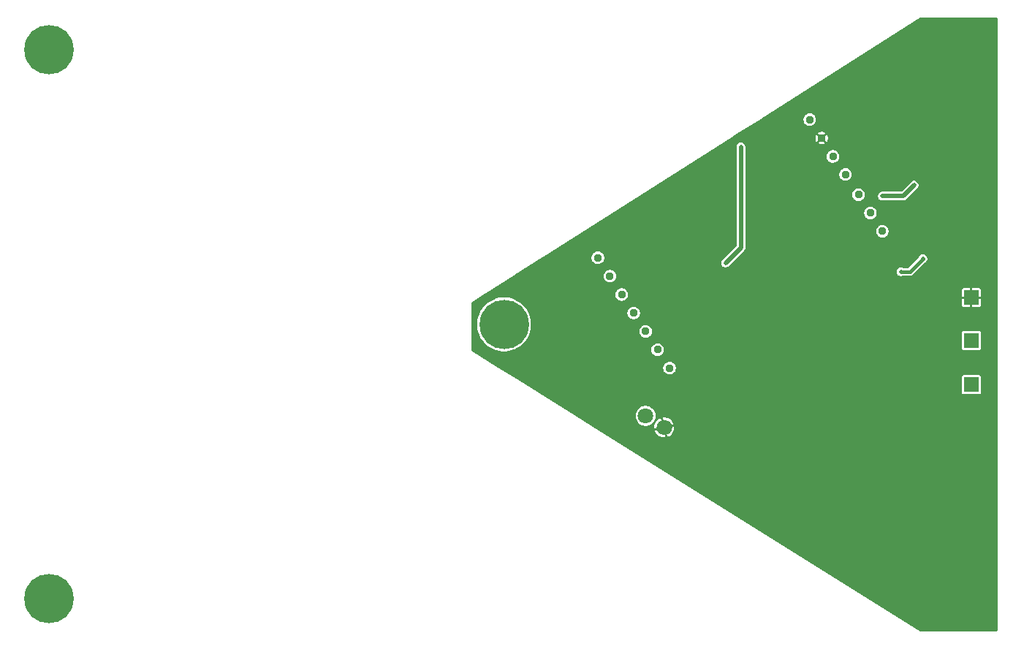
<source format=gbr>
%TF.GenerationSoftware,KiCad,Pcbnew,9.0.3*%
%TF.CreationDate,2025-08-06T11:21:27-04:00*%
%TF.ProjectId,rv_light,72765f6c-6967-4687-942e-6b696361645f,rev?*%
%TF.SameCoordinates,Original*%
%TF.FileFunction,Copper,L2,Bot*%
%TF.FilePolarity,Positive*%
%FSLAX46Y46*%
G04 Gerber Fmt 4.6, Leading zero omitted, Abs format (unit mm)*
G04 Created by KiCad (PCBNEW 9.0.3) date 2025-08-06 11:21:27*
%MOMM*%
%LPD*%
G01*
G04 APERTURE LIST*
%TA.AperFunction,ComponentPad*%
%ADD10R,1.700000X1.700000*%
%TD*%
%TA.AperFunction,ComponentPad*%
%ADD11C,0.939800*%
%TD*%
%TA.AperFunction,ComponentPad*%
%ADD12C,5.715000*%
%TD*%
%TA.AperFunction,ComponentPad*%
%ADD13C,1.803400*%
%TD*%
%TA.AperFunction,WasherPad*%
%ADD14C,5.715000*%
%TD*%
%TA.AperFunction,ViaPad*%
%ADD15C,0.508000*%
%TD*%
%TA.AperFunction,Conductor*%
%ADD16C,0.508000*%
%TD*%
%TA.AperFunction,Conductor*%
%ADD17C,0.381000*%
%TD*%
G04 APERTURE END LIST*
D10*
%TO.P,J5,1,Pin_1*%
%TO.N,GND*%
X55400000Y31035000D03*
%TD*%
%TO.P,J4,1,Pin_1*%
%TO.N,Net-(J4-Pin_1)*%
X55400000Y26095000D03*
%TD*%
%TO.P,J3,1,Pin_1*%
%TO.N,5V_LED*%
X55400000Y20955000D03*
%TD*%
D11*
%TO.P,TP9,1,1*%
%TO.N,Net-(U2-PB09_A7_D7_RX)*%
X45085000Y38735000D03*
%TD*%
D12*
%TO.P,H3,1,1*%
%TO.N,GND*%
X53972221Y-3809637D03*
%TD*%
%TO.P,H2,1,1*%
%TO.N,GND*%
X53971113Y59698784D03*
%TD*%
D13*
%TO.P,J2,1,Pin_1*%
%TO.N,+12V*%
X17657958Y17347995D03*
%TO.P,J2,2,Pin_2*%
%TO.N,GND*%
X19812000Y16002000D03*
%TD*%
D11*
%TO.P,TP12,1,1*%
%TO.N,+3.3V*%
X39370000Y47396400D03*
%TD*%
D14*
%TO.P,H1,*%
%TO.N,*%
X1266105Y27948781D03*
%TD*%
D11*
%TO.P,TP1,1,1*%
%TO.N,Net-(U2-PA02_A0_D0)*%
X12133810Y35658282D03*
%TD*%
D12*
%TO.P,H4,1,1*%
%TO.N,GND*%
X-51438898Y-3801227D03*
%TD*%
D11*
%TO.P,TP3,1,1*%
%TO.N,LED_ENABLE*%
X17667336Y27137396D03*
%TD*%
D12*
%TO.P,H5,1,1*%
%TO.N,GND*%
X-51419685Y59727331D03*
%TD*%
D11*
%TO.P,TP8,1,1*%
%TO.N,Net-(U2-PA7_A8_D8_SCK)*%
X43711202Y40850464D03*
%TD*%
%TO.P,TP4,1,1*%
%TO.N,Net-(U2-PA9_A5_D5_SCL)*%
X19050720Y25007164D03*
%TD*%
%TO.P,TP7,1,1*%
%TO.N,Net-(U2-PA5_A9_D9_MISO)*%
X42337405Y42965925D03*
%TD*%
%TO.P,TP2,1,1*%
%TO.N,Net-(U2-PA11_A3_D3)*%
X16283958Y29267615D03*
%TD*%
%TO.P,TP6,1,1*%
%TO.N,Net-(U2-PA6_A10_D10_MOSI)*%
X40815685Y45309172D03*
%TD*%
%TO.P,TP5,1,1*%
%TO.N,Net-(U2-PB08_A6_D6_TX)*%
X20434109Y22876942D03*
%TD*%
%TO.P,TP14,1,1*%
%TO.N,GND*%
X38049200Y49530000D03*
%TD*%
%TO.P,TP11,1,1*%
%TO.N,Net-(U2-PA4_A1_D1)*%
X13517191Y33528060D03*
%TD*%
%TO.P,TP10,1,1*%
%TO.N,LED_DATA_3.3V*%
X14900577Y31397847D03*
%TD*%
%TO.P,TP13,1,1*%
%TO.N,+5V*%
X36677600Y51663600D03*
%TD*%
D15*
%TO.N,GND*%
X53975000Y34798000D03*
X50292000Y40640000D03*
X32385000Y24130000D03*
X37560250Y18034000D03*
X51689000Y46228000D03*
X53086000Y14986000D03*
X48260000Y52324000D03*
X36449000Y18034000D03*
X45212000Y18034000D03*
X46355000Y13970000D03*
X30226000Y44450000D03*
X41783000Y17018000D03*
X49153900Y13970000D03*
X30480000Y19050000D03*
X50866000Y42098000D03*
X38735000Y14675250D03*
X46990000Y18542000D03*
X34838000Y25780000D03*
X37560250Y14675250D03*
X29845000Y15621000D03*
X34838000Y22479000D03*
%TO.N,+3.3V*%
X48768000Y44069000D03*
X45085000Y42799000D03*
%TO.N,LED_DATA_3.3V*%
X47244000Y34036000D03*
X49784000Y35560000D03*
%TO.N,LED_ENABLE*%
X28702000Y48514000D03*
X26924000Y35052000D03*
%TD*%
D16*
%TO.N,+3.3V*%
X45085000Y42799000D02*
X47498000Y42799000D01*
X47498000Y42799000D02*
X48768000Y44069000D01*
D17*
%TO.N,LED_DATA_3.3V*%
X48260000Y34036000D02*
X47244000Y34036000D01*
X49784000Y35560000D02*
X48260000Y34036000D01*
D16*
%TO.N,LED_ENABLE*%
X28702000Y48514000D02*
X28702000Y36830000D01*
X28702000Y36830000D02*
X26924000Y35052000D01*
%TD*%
%TA.AperFunction,Conductor*%
%TO.N,GND*%
G36*
X58378031Y63480287D02*
G01*
X58414576Y63429987D01*
X58419500Y63398900D01*
X58419500Y-7518900D01*
X58400287Y-7578031D01*
X58349987Y-7614576D01*
X58318900Y-7619500D01*
X49558971Y-7619500D01*
X49505691Y-7604232D01*
X11553152Y16092962D01*
X18656300Y16092962D01*
X18656300Y15911045D01*
X18663254Y15867131D01*
X19164300Y15982807D01*
X19164300Y15938207D01*
X19189191Y15813073D01*
X19221402Y15735306D01*
X18721013Y15619783D01*
X18740969Y15558364D01*
X18823556Y15396280D01*
X18930479Y15249113D01*
X19059113Y15120479D01*
X19206280Y15013556D01*
X19206279Y15013556D01*
X19368364Y14930969D01*
X19541363Y14874759D01*
X19541379Y14874755D01*
X19721037Y14846300D01*
X19902955Y14846300D01*
X19946867Y14853254D01*
X19831191Y15354300D01*
X19875793Y15354300D01*
X20000927Y15379191D01*
X20078690Y15411401D01*
X20194215Y14911012D01*
X20255633Y14930968D01*
X20417719Y15013556D01*
X20564886Y15120479D01*
X20693520Y15249113D01*
X20800443Y15396280D01*
X20883030Y15558364D01*
X20939240Y15731363D01*
X20939244Y15731379D01*
X20967699Y15911037D01*
X20967700Y15911042D01*
X20967700Y16092958D01*
X20967699Y16092962D01*
X20960745Y16136867D01*
X20459700Y16021191D01*
X20459700Y16065793D01*
X20434809Y16190927D01*
X20402597Y16268691D01*
X20902986Y16384215D01*
X20883030Y16445635D01*
X20800443Y16607719D01*
X20693520Y16754886D01*
X20564886Y16883520D01*
X20417719Y16990443D01*
X20417720Y16990443D01*
X20255635Y17073030D01*
X20082636Y17129240D01*
X20082620Y17129244D01*
X19902962Y17157699D01*
X19902958Y17157700D01*
X19721042Y17157700D01*
X19721037Y17157699D01*
X19677130Y17150745D01*
X19792806Y16649700D01*
X19748207Y16649700D01*
X19623073Y16624809D01*
X19545306Y16592597D01*
X19429783Y17092986D01*
X19368364Y17073030D01*
X19206280Y16990443D01*
X19059113Y16883520D01*
X18930479Y16754886D01*
X18823556Y16607719D01*
X18740969Y16445635D01*
X18684759Y16272636D01*
X18684755Y16272620D01*
X18656300Y16092962D01*
X11553152Y16092962D01*
X9397398Y17438994D01*
X16501758Y17438994D01*
X16501758Y17256995D01*
X16530227Y17077255D01*
X16530230Y17077241D01*
X16586465Y16904168D01*
X16586466Y16904166D01*
X16669079Y16742026D01*
X16669089Y16742011D01*
X16776056Y16594782D01*
X16904745Y16466093D01*
X17051974Y16359126D01*
X17051989Y16359116D01*
X17214129Y16276503D01*
X17214131Y16276502D01*
X17387204Y16220267D01*
X17387218Y16220264D01*
X17566958Y16191795D01*
X17566963Y16191795D01*
X17748957Y16191795D01*
X17777210Y16196270D01*
X17928697Y16220264D01*
X17928711Y16220267D01*
X18101784Y16276502D01*
X18101786Y16276503D01*
X18263926Y16359116D01*
X18263934Y16359121D01*
X18263939Y16359124D01*
X18340687Y16414885D01*
X18411170Y16466093D01*
X18539859Y16594782D01*
X18579759Y16649700D01*
X18646829Y16742014D01*
X18646832Y16742020D01*
X18646836Y16742026D01*
X18729449Y16904166D01*
X18729450Y16904168D01*
X18785685Y17077241D01*
X18785685Y17077243D01*
X18785688Y17077251D01*
X18814157Y17256995D01*
X18814158Y17256996D01*
X18814158Y17438993D01*
X18814157Y17438994D01*
X18785688Y17618739D01*
X18729450Y17791822D01*
X18646829Y17953976D01*
X18539858Y18101209D01*
X18411172Y18229895D01*
X18263939Y18336866D01*
X18263928Y18336871D01*
X18263926Y18336873D01*
X18193543Y18372733D01*
X18101785Y18419487D01*
X17928702Y18475725D01*
X17828841Y18491541D01*
X17748957Y18504195D01*
X17748953Y18504195D01*
X17566963Y18504195D01*
X17566959Y18504195D01*
X17477088Y18489960D01*
X17387214Y18475725D01*
X17387206Y18475722D01*
X17387204Y18475722D01*
X17214131Y18419487D01*
X17214129Y18419486D01*
X17051989Y18336873D01*
X17051983Y18336869D01*
X17051977Y18336866D01*
X16941552Y18256637D01*
X16904745Y18229896D01*
X16776056Y18101207D01*
X16722572Y18027592D01*
X16669087Y17953976D01*
X16669084Y17953971D01*
X16669079Y17953963D01*
X16586466Y17791823D01*
X16586465Y17791821D01*
X16530230Y17618748D01*
X16530227Y17618734D01*
X16501758Y17438994D01*
X9397398Y17438994D01*
X2364821Y21830066D01*
X54295500Y21830066D01*
X54295500Y20079934D01*
X54310266Y20005698D01*
X54310267Y20005695D01*
X54366514Y19921517D01*
X54366516Y19921515D01*
X54450700Y19865265D01*
X54524933Y19850500D01*
X56275065Y19850500D01*
X56349301Y19865266D01*
X56349304Y19865267D01*
X56433482Y19921514D01*
X56433484Y19921516D01*
X56489733Y20005698D01*
X56489734Y20005699D01*
X56504500Y20079933D01*
X56504499Y21830066D01*
X56489734Y21904301D01*
X56433484Y21988484D01*
X56349301Y22044734D01*
X56275067Y22059500D01*
X54524934Y22059499D01*
X54450699Y22044734D01*
X54450698Y22044733D01*
X54450695Y22044732D01*
X54366517Y21988485D01*
X54366515Y21988483D01*
X54310265Y21904299D01*
X54295500Y21830066D01*
X2364821Y21830066D01*
X573919Y22948288D01*
X19709709Y22948288D01*
X19709709Y22805595D01*
X19737547Y22665639D01*
X19792152Y22533813D01*
X19871429Y22415165D01*
X19871431Y22415164D01*
X19972331Y22314264D01*
X19972332Y22314262D01*
X20090980Y22234985D01*
X20222806Y22180380D01*
X20327773Y22159501D01*
X20362762Y22152542D01*
X20362763Y22152542D01*
X20505455Y22152542D01*
X20505456Y22152542D01*
X20552107Y22161821D01*
X20645411Y22180380D01*
X20777237Y22234985D01*
X20777238Y22234985D01*
X20777241Y22234987D01*
X20836964Y22274893D01*
X20895885Y22314262D01*
X20996788Y22415165D01*
X21016472Y22444625D01*
X21076064Y22533810D01*
X21130671Y22665642D01*
X21158509Y22805595D01*
X21158509Y22948289D01*
X21130671Y23088242D01*
X21076064Y23220074D01*
X20996787Y23338720D01*
X20895887Y23439620D01*
X20777241Y23518897D01*
X20645409Y23573504D01*
X20505456Y23601342D01*
X20362762Y23601342D01*
X20222809Y23573504D01*
X20222807Y23573503D01*
X20222806Y23573503D01*
X20156893Y23546200D01*
X20090977Y23518897D01*
X20001792Y23459305D01*
X19972332Y23439621D01*
X19871429Y23338718D01*
X19832060Y23279797D01*
X19792154Y23220074D01*
X19792152Y23220071D01*
X19792152Y23220070D01*
X19737547Y23088244D01*
X19709709Y22948288D01*
X573919Y22948288D01*
X-2492181Y24862731D01*
X-2532162Y24910344D01*
X-2539500Y24948062D01*
X-2539500Y28123547D01*
X-1845895Y28123547D01*
X-1845895Y27774015D01*
X-1806759Y27426680D01*
X-1728981Y27085912D01*
X-1613538Y26755994D01*
X-1461882Y26441076D01*
X-1461879Y26441071D01*
X-1275922Y26145124D01*
X-1275916Y26145115D01*
X-1057992Y25871847D01*
X-1057985Y25871839D01*
X-810836Y25624690D01*
X-810828Y25624683D01*
X-537560Y25406759D01*
X-537551Y25406753D01*
X-241604Y25220796D01*
X-241600Y25220794D01*
X73318Y25069138D01*
X149484Y25042486D01*
X403236Y24953694D01*
X744005Y24875916D01*
X1091339Y24836781D01*
X1440871Y24836781D01*
X1788204Y24875916D01*
X2128973Y24953694D01*
X2293933Y25011416D01*
X2458892Y25069138D01*
X2478353Y25078510D01*
X18326320Y25078510D01*
X18326320Y24935817D01*
X18354158Y24795861D01*
X18408763Y24664035D01*
X18488040Y24545387D01*
X18488042Y24545386D01*
X18588942Y24444486D01*
X18588943Y24444484D01*
X18707591Y24365207D01*
X18839417Y24310602D01*
X18944384Y24289723D01*
X18979373Y24282764D01*
X18979374Y24282764D01*
X19122066Y24282764D01*
X19122067Y24282764D01*
X19168718Y24292043D01*
X19262022Y24310602D01*
X19393848Y24365207D01*
X19393849Y24365207D01*
X19393852Y24365209D01*
X19453575Y24405115D01*
X19512496Y24444484D01*
X19613399Y24545387D01*
X19633083Y24574847D01*
X19692675Y24664032D01*
X19747282Y24795864D01*
X19775120Y24935817D01*
X19775120Y25078511D01*
X19747282Y25218464D01*
X19692675Y25350296D01*
X19613398Y25468942D01*
X19512498Y25569842D01*
X19393852Y25649119D01*
X19262020Y25703726D01*
X19122067Y25731564D01*
X18979373Y25731564D01*
X18839420Y25703726D01*
X18839418Y25703725D01*
X18839417Y25703725D01*
X18773504Y25676422D01*
X18707588Y25649119D01*
X18618403Y25589527D01*
X18588943Y25569843D01*
X18488040Y25468940D01*
X18448671Y25410019D01*
X18408765Y25350296D01*
X18408763Y25350293D01*
X18408763Y25350292D01*
X18354158Y25218466D01*
X18326320Y25078510D01*
X2478353Y25078510D01*
X2773810Y25220794D01*
X2773814Y25220796D01*
X3069761Y25406753D01*
X3069770Y25406759D01*
X3343038Y25624683D01*
X3343046Y25624690D01*
X3590195Y25871839D01*
X3590202Y25871847D01*
X3808126Y26145115D01*
X3808132Y26145124D01*
X3994089Y26441071D01*
X3994092Y26441076D01*
X4145748Y26755994D01*
X4261191Y27085912D01*
X4283746Y27184733D01*
X4289226Y27208742D01*
X16942936Y27208742D01*
X16942936Y27066049D01*
X16970774Y26926093D01*
X17025379Y26794267D01*
X17104656Y26675619D01*
X17104658Y26675618D01*
X17205558Y26574718D01*
X17205559Y26574716D01*
X17324207Y26495439D01*
X17456033Y26440834D01*
X17561000Y26419955D01*
X17595989Y26412996D01*
X17595990Y26412996D01*
X17738682Y26412996D01*
X17738683Y26412996D01*
X17785334Y26422275D01*
X17878638Y26440834D01*
X18010464Y26495439D01*
X18010465Y26495439D01*
X18010468Y26495441D01*
X18070191Y26535347D01*
X18129112Y26574716D01*
X18230015Y26675619D01*
X18283718Y26755992D01*
X18309291Y26794264D01*
X18363898Y26926096D01*
X18372644Y26970066D01*
X54295500Y26970066D01*
X54295500Y25219934D01*
X54310266Y25145698D01*
X54310267Y25145695D01*
X54366514Y25061517D01*
X54366516Y25061515D01*
X54450700Y25005265D01*
X54524933Y24990500D01*
X56275065Y24990500D01*
X56349301Y25005266D01*
X56349304Y25005267D01*
X56433482Y25061514D01*
X56433484Y25061516D01*
X56489733Y25145698D01*
X56489734Y25145699D01*
X56504500Y25219933D01*
X56504499Y26970066D01*
X56489734Y27044301D01*
X56433484Y27128484D01*
X56349301Y27184734D01*
X56275067Y27199500D01*
X54524934Y27199499D01*
X54450699Y27184734D01*
X54450698Y27184733D01*
X54450695Y27184732D01*
X54366517Y27128485D01*
X54366515Y27128483D01*
X54310265Y27044299D01*
X54295500Y26970066D01*
X18372644Y26970066D01*
X18391736Y27066049D01*
X18391736Y27208743D01*
X18363898Y27348696D01*
X18309291Y27480528D01*
X18230014Y27599174D01*
X18129114Y27700074D01*
X18010468Y27779351D01*
X17878636Y27833958D01*
X17738683Y27861796D01*
X17595989Y27861796D01*
X17456036Y27833958D01*
X17456034Y27833957D01*
X17456033Y27833957D01*
X17390120Y27806654D01*
X17324204Y27779351D01*
X17235019Y27719759D01*
X17205559Y27700075D01*
X17104656Y27599172D01*
X17065287Y27540251D01*
X17025381Y27480528D01*
X17025379Y27480525D01*
X17025379Y27480524D01*
X16970774Y27348698D01*
X16942936Y27208742D01*
X4289226Y27208742D01*
X4295464Y27236071D01*
X4305113Y27278350D01*
X4338969Y27426680D01*
X4378105Y27774015D01*
X4378105Y28123547D01*
X4338969Y28470882D01*
X4261191Y28811650D01*
X4145748Y29141568D01*
X4050689Y29338961D01*
X15559558Y29338961D01*
X15559558Y29196268D01*
X15587396Y29056312D01*
X15642001Y28924486D01*
X15721278Y28805838D01*
X15721280Y28805837D01*
X15822180Y28704937D01*
X15822181Y28704935D01*
X15940829Y28625658D01*
X16072655Y28571053D01*
X16177622Y28550174D01*
X16212611Y28543215D01*
X16212612Y28543215D01*
X16355304Y28543215D01*
X16355305Y28543215D01*
X16401956Y28552494D01*
X16495260Y28571053D01*
X16627086Y28625658D01*
X16627087Y28625658D01*
X16627090Y28625660D01*
X16686813Y28665566D01*
X16745734Y28704935D01*
X16846637Y28805838D01*
X16866321Y28835298D01*
X16925913Y28924483D01*
X16980520Y29056315D01*
X17008358Y29196268D01*
X17008358Y29338962D01*
X16980520Y29478915D01*
X16925913Y29610747D01*
X16846636Y29729393D01*
X16745736Y29830293D01*
X16627090Y29909570D01*
X16495258Y29964177D01*
X16355305Y29992015D01*
X16212611Y29992015D01*
X16072658Y29964177D01*
X16072656Y29964176D01*
X16072655Y29964176D01*
X16028138Y29945736D01*
X15940826Y29909570D01*
X15851641Y29849978D01*
X15822181Y29830294D01*
X15721278Y29729391D01*
X15681909Y29670470D01*
X15642003Y29610747D01*
X15642001Y29610744D01*
X15642001Y29610743D01*
X15587396Y29478917D01*
X15559558Y29338961D01*
X4050689Y29338961D01*
X3994092Y29456486D01*
X3808129Y29752443D01*
X3590199Y30025719D01*
X3343043Y30272875D01*
X3069767Y30490805D01*
X2773810Y30676768D01*
X2458892Y30828424D01*
X2128974Y30943867D01*
X1788206Y31021645D01*
X1440871Y31060781D01*
X1091339Y31060781D01*
X744004Y31021645D01*
X403236Y30943867D01*
X73318Y30828424D01*
X-241600Y30676768D01*
X-537557Y30490805D01*
X-810833Y30272875D01*
X-1057989Y30025719D01*
X-1275919Y29752443D01*
X-1461882Y29456486D01*
X-1613538Y29141568D01*
X-1728981Y28811650D01*
X-1806759Y28470882D01*
X-1845895Y28123547D01*
X-2539500Y28123547D01*
X-2539500Y30424396D01*
X-2520287Y30483527D01*
X-2492776Y30509354D01*
X-979184Y31469193D01*
X14176177Y31469193D01*
X14176177Y31326500D01*
X14204015Y31186544D01*
X14258620Y31054718D01*
X14337897Y30936070D01*
X14337899Y30936069D01*
X14438799Y30835169D01*
X14438800Y30835167D01*
X14557448Y30755890D01*
X14689274Y30701285D01*
X14794241Y30680406D01*
X14829230Y30673447D01*
X14829231Y30673447D01*
X14971923Y30673447D01*
X14971924Y30673447D01*
X15018575Y30682726D01*
X15111879Y30701285D01*
X15243705Y30755890D01*
X15243706Y30755890D01*
X15243709Y30755892D01*
X15303432Y30795798D01*
X15362353Y30835167D01*
X15463255Y30936069D01*
X15542532Y31054715D01*
X15597139Y31186547D01*
X15624977Y31326500D01*
X15624977Y31469194D01*
X15597139Y31609147D01*
X15542532Y31740979D01*
X15463255Y31859625D01*
X15412864Y31910016D01*
X54296000Y31910016D01*
X54296000Y31162000D01*
X54916392Y31162000D01*
X54900000Y31100826D01*
X54900000Y30969174D01*
X54916392Y30908000D01*
X54296001Y30908000D01*
X54296001Y30159983D01*
X54310736Y30085894D01*
X54366876Y30001876D01*
X54450894Y29945736D01*
X54524984Y29931000D01*
X55273000Y29931000D01*
X55273000Y30551391D01*
X55334174Y30535000D01*
X55465826Y30535000D01*
X55527000Y30551391D01*
X55527000Y29931000D01*
X56275016Y29931000D01*
X56349105Y29945736D01*
X56433123Y30001876D01*
X56489263Y30085894D01*
X56504000Y30159983D01*
X56504000Y30908000D01*
X55883608Y30908000D01*
X55900000Y30969174D01*
X55900000Y31100826D01*
X55883608Y31162000D01*
X56503999Y31162000D01*
X56503999Y31910016D01*
X56489263Y31984105D01*
X56433123Y32068123D01*
X56349105Y32124263D01*
X56275016Y32138999D01*
X55527000Y32138999D01*
X55527000Y31518608D01*
X55465826Y31535000D01*
X55334174Y31535000D01*
X55273000Y31518608D01*
X55273000Y32138999D01*
X54524983Y32138999D01*
X54450894Y32124263D01*
X54366876Y32068123D01*
X54310736Y31984105D01*
X54296000Y31910016D01*
X15412864Y31910016D01*
X15362355Y31960525D01*
X15243709Y32039802D01*
X15111877Y32094409D01*
X14971924Y32122247D01*
X14829230Y32122247D01*
X14689277Y32094409D01*
X14689275Y32094408D01*
X14689274Y32094408D01*
X14625817Y32068123D01*
X14557445Y32039802D01*
X14474089Y31984105D01*
X14438800Y31960526D01*
X14337897Y31859623D01*
X14298528Y31800702D01*
X14258622Y31740979D01*
X14258620Y31740976D01*
X14258620Y31740975D01*
X14204015Y31609149D01*
X14176177Y31469193D01*
X-979184Y31469193D01*
X-837417Y31559094D01*
X2379998Y33599406D01*
X12792791Y33599406D01*
X12792791Y33456713D01*
X12820629Y33316757D01*
X12875234Y33184931D01*
X12954511Y33066283D01*
X12954513Y33066282D01*
X13055413Y32965382D01*
X13055414Y32965380D01*
X13174062Y32886103D01*
X13305888Y32831498D01*
X13410855Y32810619D01*
X13445844Y32803660D01*
X13445845Y32803660D01*
X13588537Y32803660D01*
X13588538Y32803660D01*
X13635189Y32812939D01*
X13728493Y32831498D01*
X13860319Y32886103D01*
X13860320Y32886103D01*
X13860323Y32886105D01*
X13920046Y32926011D01*
X13978967Y32965380D01*
X14079870Y33066283D01*
X14099554Y33095743D01*
X14159146Y33184928D01*
X14213753Y33316760D01*
X14241591Y33456713D01*
X14241591Y33599407D01*
X14213753Y33739360D01*
X14159146Y33871192D01*
X14079869Y33989838D01*
X13978969Y34090738D01*
X13960693Y34102950D01*
X46735500Y34102950D01*
X46735500Y33969049D01*
X46770151Y33839729D01*
X46770151Y33839728D01*
X46837099Y33723773D01*
X46931773Y33629099D01*
X47047728Y33562151D01*
X47177049Y33527500D01*
X47177055Y33527500D01*
X47310950Y33527500D01*
X47440270Y33562151D01*
X47440271Y33562151D01*
X47451474Y33568619D01*
X47466894Y33577522D01*
X47517194Y33591000D01*
X48318588Y33591000D01*
X48375174Y33606163D01*
X48375174Y33606162D01*
X48375175Y33606163D01*
X48431759Y33621324D01*
X48431765Y33621326D01*
X48533236Y33679911D01*
X49905484Y35052159D01*
X49950579Y35078195D01*
X49980272Y35086152D01*
X50096226Y35153099D01*
X50190900Y35247773D01*
X50191190Y35248274D01*
X50257847Y35363726D01*
X50257982Y35364229D01*
X50292499Y35493049D01*
X50292500Y35493056D01*
X50292500Y35626943D01*
X50292499Y35626950D01*
X50257848Y35756270D01*
X50257848Y35756271D01*
X50257847Y35756271D01*
X50257847Y35756274D01*
X50190901Y35872226D01*
X50096226Y35966901D01*
X49980274Y36033847D01*
X49980271Y36033847D01*
X49980271Y36033848D01*
X49850950Y36068499D01*
X49850947Y36068499D01*
X49850945Y36068500D01*
X49717055Y36068500D01*
X49717053Y36068499D01*
X49717049Y36068499D01*
X49587729Y36033848D01*
X49587728Y36033848D01*
X49587726Y36033847D01*
X49471774Y35966901D01*
X49471773Y35966900D01*
X49377099Y35872226D01*
X49310152Y35756272D01*
X49302195Y35726579D01*
X49276159Y35681484D01*
X48105140Y34510465D01*
X48049742Y34482239D01*
X48034005Y34481000D01*
X47517194Y34481000D01*
X47466894Y34494477D01*
X47440274Y34509847D01*
X47440271Y34509847D01*
X47440271Y34509848D01*
X47310950Y34544499D01*
X47310947Y34544499D01*
X47310945Y34544500D01*
X47177055Y34544500D01*
X47177053Y34544499D01*
X47177049Y34544499D01*
X47047729Y34509848D01*
X47047728Y34509848D01*
X47047726Y34509847D01*
X46931774Y34442901D01*
X46931773Y34442900D01*
X46837099Y34348226D01*
X46770151Y34232271D01*
X46770151Y34232270D01*
X46735500Y34102950D01*
X13960693Y34102950D01*
X13860323Y34170015D01*
X13728491Y34224622D01*
X13588538Y34252460D01*
X13445844Y34252460D01*
X13305891Y34224622D01*
X13305889Y34224621D01*
X13305888Y34224621D01*
X13239975Y34197318D01*
X13174059Y34170015D01*
X13084874Y34110423D01*
X13055414Y34090739D01*
X12954511Y33989836D01*
X12940626Y33969055D01*
X12875236Y33871192D01*
X12875234Y33871189D01*
X12875234Y33871188D01*
X12820629Y33739362D01*
X12792791Y33599406D01*
X2379998Y33599406D01*
X2521765Y33689307D01*
X5739194Y35729628D01*
X11409410Y35729628D01*
X11409410Y35586935D01*
X11437248Y35446979D01*
X11491853Y35315153D01*
X11571130Y35196505D01*
X11571132Y35196504D01*
X11672032Y35095604D01*
X11672033Y35095602D01*
X11790681Y35016325D01*
X11922507Y34961720D01*
X12027474Y34940841D01*
X12062463Y34933882D01*
X12062464Y34933882D01*
X12205156Y34933882D01*
X12205157Y34933882D01*
X12251808Y34943161D01*
X12345112Y34961720D01*
X12476938Y35016325D01*
X12476939Y35016325D01*
X12476942Y35016327D01*
X12569534Y35078195D01*
X12595586Y35095602D01*
X12618934Y35118950D01*
X26415500Y35118950D01*
X26415500Y34985049D01*
X26450151Y34855729D01*
X26450151Y34855728D01*
X26517101Y34739770D01*
X26611770Y34645101D01*
X26727728Y34578151D01*
X26857049Y34543500D01*
X26857055Y34543500D01*
X26990950Y34543500D01*
X27120270Y34578151D01*
X27120271Y34578151D01*
X27148180Y34594264D01*
X27236227Y34645099D01*
X29108901Y36517774D01*
X29175847Y36633726D01*
X29175848Y36633729D01*
X29210499Y36763049D01*
X29210500Y36763056D01*
X29210500Y38806346D01*
X44360600Y38806346D01*
X44360600Y38663653D01*
X44388438Y38523697D01*
X44443043Y38391871D01*
X44522320Y38273223D01*
X44522322Y38273222D01*
X44623222Y38172322D01*
X44623223Y38172320D01*
X44741871Y38093043D01*
X44873697Y38038438D01*
X44978664Y38017559D01*
X45013653Y38010600D01*
X45013654Y38010600D01*
X45156346Y38010600D01*
X45156347Y38010600D01*
X45202998Y38019879D01*
X45296302Y38038438D01*
X45428128Y38093043D01*
X45428129Y38093043D01*
X45428132Y38093045D01*
X45487855Y38132951D01*
X45546776Y38172320D01*
X45647679Y38273223D01*
X45667363Y38302683D01*
X45726955Y38391868D01*
X45781562Y38523700D01*
X45809400Y38663653D01*
X45809400Y38806347D01*
X45781562Y38946300D01*
X45726955Y39078132D01*
X45647678Y39196778D01*
X45546778Y39297678D01*
X45428132Y39376955D01*
X45296300Y39431562D01*
X45156347Y39459400D01*
X45013653Y39459400D01*
X44873700Y39431562D01*
X44873698Y39431561D01*
X44873697Y39431561D01*
X44807784Y39404258D01*
X44741868Y39376955D01*
X44652683Y39317363D01*
X44623223Y39297679D01*
X44522320Y39196776D01*
X44482951Y39137855D01*
X44443045Y39078132D01*
X44443043Y39078129D01*
X44443043Y39078128D01*
X44388438Y38946302D01*
X44360600Y38806346D01*
X29210500Y38806346D01*
X29210500Y40921810D01*
X42986802Y40921810D01*
X42986802Y40779117D01*
X43014640Y40639161D01*
X43069245Y40507335D01*
X43148522Y40388687D01*
X43148524Y40388686D01*
X43249424Y40287786D01*
X43249425Y40287784D01*
X43368073Y40208507D01*
X43499899Y40153902D01*
X43604866Y40133023D01*
X43639855Y40126064D01*
X43639856Y40126064D01*
X43782548Y40126064D01*
X43782549Y40126064D01*
X43829200Y40135343D01*
X43922504Y40153902D01*
X44054330Y40208507D01*
X44054331Y40208507D01*
X44054334Y40208509D01*
X44114057Y40248415D01*
X44172978Y40287784D01*
X44273881Y40388687D01*
X44293565Y40418147D01*
X44353157Y40507332D01*
X44407764Y40639164D01*
X44435602Y40779117D01*
X44435602Y40921811D01*
X44407764Y41061764D01*
X44353157Y41193596D01*
X44273880Y41312242D01*
X44172980Y41413142D01*
X44054334Y41492419D01*
X43922502Y41547026D01*
X43782549Y41574864D01*
X43639855Y41574864D01*
X43499902Y41547026D01*
X43499900Y41547025D01*
X43499899Y41547025D01*
X43433986Y41519722D01*
X43368070Y41492419D01*
X43278885Y41432827D01*
X43249425Y41413143D01*
X43148522Y41312240D01*
X43109153Y41253319D01*
X43069247Y41193596D01*
X43069245Y41193593D01*
X43069245Y41193592D01*
X43014640Y41061766D01*
X42986802Y40921810D01*
X29210500Y40921810D01*
X29210500Y43037271D01*
X41613005Y43037271D01*
X41613005Y42894578D01*
X41640843Y42754622D01*
X41695448Y42622796D01*
X41774725Y42504148D01*
X41774727Y42504147D01*
X41875627Y42403247D01*
X41875628Y42403245D01*
X41994276Y42323968D01*
X42126102Y42269363D01*
X42231069Y42248484D01*
X42266058Y42241525D01*
X42266059Y42241525D01*
X42408751Y42241525D01*
X42408752Y42241525D01*
X42455403Y42250804D01*
X42548707Y42269363D01*
X42680533Y42323968D01*
X42680534Y42323968D01*
X42680537Y42323970D01*
X42740260Y42363876D01*
X42799181Y42403245D01*
X42900084Y42504148D01*
X42919768Y42533608D01*
X42979360Y42622793D01*
X43033967Y42754625D01*
X43056111Y42865950D01*
X44576500Y42865950D01*
X44576500Y42732049D01*
X44611151Y42602729D01*
X44611151Y42602728D01*
X44678099Y42486773D01*
X44772773Y42392099D01*
X44888728Y42325151D01*
X45018049Y42290500D01*
X45018055Y42290500D01*
X47564950Y42290500D01*
X47694270Y42325151D01*
X47694271Y42325151D01*
X47722180Y42341264D01*
X47810227Y42392099D01*
X49174901Y43756773D01*
X49241847Y43872726D01*
X49241848Y43872729D01*
X49276499Y44002049D01*
X49276500Y44002056D01*
X49276500Y44135943D01*
X49276499Y44135950D01*
X49241848Y44265270D01*
X49241848Y44265271D01*
X49241847Y44265271D01*
X49241847Y44265274D01*
X49174901Y44381226D01*
X49080226Y44475901D01*
X48964274Y44542847D01*
X48964271Y44542847D01*
X48964271Y44542848D01*
X48834950Y44577499D01*
X48834947Y44577499D01*
X48834945Y44577500D01*
X48701055Y44577500D01*
X48701053Y44577499D01*
X48701049Y44577499D01*
X48571729Y44542848D01*
X48571728Y44542848D01*
X48571726Y44542847D01*
X48455773Y44475901D01*
X48455770Y44475898D01*
X47316837Y43336965D01*
X47261439Y43308739D01*
X47245702Y43307500D01*
X45018055Y43307500D01*
X45018053Y43307499D01*
X45018049Y43307499D01*
X44888729Y43272848D01*
X44888728Y43272848D01*
X44888726Y43272847D01*
X44772774Y43205901D01*
X44772773Y43205900D01*
X44678099Y43111226D01*
X44611151Y42995271D01*
X44611151Y42995270D01*
X44576500Y42865950D01*
X43056111Y42865950D01*
X43061805Y42894578D01*
X43061805Y43037272D01*
X43033967Y43177225D01*
X42979360Y43309057D01*
X42900083Y43427703D01*
X42799183Y43528603D01*
X42680537Y43607880D01*
X42548705Y43662487D01*
X42408752Y43690325D01*
X42266058Y43690325D01*
X42126105Y43662487D01*
X42126103Y43662486D01*
X42126102Y43662486D01*
X42060189Y43635183D01*
X41994273Y43607880D01*
X41905088Y43548288D01*
X41875628Y43528604D01*
X41774725Y43427701D01*
X41735356Y43368780D01*
X41695450Y43309057D01*
X41695448Y43309054D01*
X41695448Y43309053D01*
X41640843Y43177227D01*
X41613005Y43037271D01*
X29210500Y43037271D01*
X29210500Y45380518D01*
X40091285Y45380518D01*
X40091285Y45237825D01*
X40119123Y45097869D01*
X40173728Y44966043D01*
X40253005Y44847395D01*
X40253007Y44847394D01*
X40353907Y44746494D01*
X40353908Y44746492D01*
X40472556Y44667215D01*
X40604382Y44612610D01*
X40709349Y44591731D01*
X40744338Y44584772D01*
X40744339Y44584772D01*
X40887031Y44584772D01*
X40887032Y44584772D01*
X40933683Y44594051D01*
X41026987Y44612610D01*
X41158813Y44667215D01*
X41158814Y44667215D01*
X41158817Y44667217D01*
X41218540Y44707123D01*
X41277461Y44746492D01*
X41378364Y44847395D01*
X41398048Y44876855D01*
X41457640Y44966040D01*
X41512247Y45097872D01*
X41540085Y45237825D01*
X41540085Y45380519D01*
X41512247Y45520472D01*
X41457640Y45652304D01*
X41378363Y45770950D01*
X41277463Y45871850D01*
X41158817Y45951127D01*
X41026985Y46005734D01*
X40887032Y46033572D01*
X40744338Y46033572D01*
X40604385Y46005734D01*
X40604383Y46005733D01*
X40604382Y46005733D01*
X40538469Y45978430D01*
X40472553Y45951127D01*
X40383368Y45891535D01*
X40353908Y45871851D01*
X40253005Y45770948D01*
X40213636Y45712027D01*
X40173730Y45652304D01*
X40173728Y45652301D01*
X40173728Y45652300D01*
X40119123Y45520474D01*
X40091285Y45380518D01*
X29210500Y45380518D01*
X29210500Y47467746D01*
X38645600Y47467746D01*
X38645600Y47325053D01*
X38673438Y47185097D01*
X38728043Y47053271D01*
X38807320Y46934623D01*
X38807322Y46934622D01*
X38908222Y46833722D01*
X38908223Y46833720D01*
X39026871Y46754443D01*
X39158697Y46699838D01*
X39263664Y46678959D01*
X39298653Y46672000D01*
X39298654Y46672000D01*
X39441346Y46672000D01*
X39441347Y46672000D01*
X39487998Y46681279D01*
X39581302Y46699838D01*
X39713128Y46754443D01*
X39713129Y46754443D01*
X39713132Y46754445D01*
X39772855Y46794351D01*
X39831776Y46833720D01*
X39932679Y46934623D01*
X39952363Y46964083D01*
X40011955Y47053268D01*
X40066562Y47185100D01*
X40094400Y47325053D01*
X40094400Y47467747D01*
X40066562Y47607700D01*
X40011955Y47739532D01*
X39932678Y47858178D01*
X39831778Y47959078D01*
X39713132Y48038355D01*
X39581300Y48092962D01*
X39441347Y48120800D01*
X39298653Y48120800D01*
X39158700Y48092962D01*
X39158698Y48092961D01*
X39158697Y48092961D01*
X39092784Y48065658D01*
X39026868Y48038355D01*
X38937683Y47978763D01*
X38908223Y47959079D01*
X38807320Y47858176D01*
X38767951Y47799255D01*
X38728045Y47739532D01*
X38728043Y47739529D01*
X38728043Y47739528D01*
X38673438Y47607702D01*
X38645600Y47467746D01*
X29210500Y47467746D01*
X29210500Y48580943D01*
X29210499Y48580950D01*
X29175848Y48710270D01*
X29175848Y48710271D01*
X29175847Y48710271D01*
X29175847Y48710274D01*
X29108901Y48826226D01*
X29014226Y48920901D01*
X28898274Y48987847D01*
X28898271Y48987847D01*
X28898271Y48987848D01*
X28768950Y49022499D01*
X28768947Y49022499D01*
X28768945Y49022500D01*
X28635055Y49022500D01*
X28635053Y49022499D01*
X28635049Y49022499D01*
X28505729Y48987848D01*
X28505728Y48987848D01*
X28505726Y48987847D01*
X28389774Y48920901D01*
X28389773Y48920900D01*
X28295099Y48826226D01*
X28228151Y48710271D01*
X28228151Y48710270D01*
X28193500Y48580950D01*
X28193500Y37082297D01*
X28174287Y37023166D01*
X28164035Y37011162D01*
X26517099Y35364227D01*
X26466264Y35276180D01*
X26450151Y35248271D01*
X26450151Y35248270D01*
X26415500Y35118950D01*
X12618934Y35118950D01*
X12696489Y35196505D01*
X12730745Y35247773D01*
X12775765Y35315150D01*
X12830372Y35446982D01*
X12858210Y35586935D01*
X12858210Y35729629D01*
X12830372Y35869582D01*
X12775765Y36001414D01*
X12696488Y36120060D01*
X12595588Y36220960D01*
X12476942Y36300237D01*
X12345110Y36354844D01*
X12205157Y36382682D01*
X12062463Y36382682D01*
X11922510Y36354844D01*
X11922508Y36354843D01*
X11922507Y36354843D01*
X11856594Y36327540D01*
X11790678Y36300237D01*
X11701493Y36240645D01*
X11672033Y36220961D01*
X11571130Y36120058D01*
X11536681Y36068500D01*
X11491855Y36001414D01*
X11491853Y36001411D01*
X11491853Y36001410D01*
X11437248Y35869584D01*
X11409410Y35729628D01*
X5739194Y35729628D01*
X5880961Y35819529D01*
X27613749Y49601297D01*
X37325300Y49601297D01*
X37325300Y49458702D01*
X37353119Y49318843D01*
X37407686Y49187108D01*
X37407690Y49187100D01*
X37455356Y49115762D01*
X37455357Y49115762D01*
X37792471Y49452876D01*
X37823103Y49378927D01*
X37898127Y49303903D01*
X37972077Y49273271D01*
X37634962Y48936157D01*
X37634962Y48936156D01*
X37706300Y48888490D01*
X37706308Y48888486D01*
X37838043Y48833919D01*
X37977903Y48806100D01*
X38120497Y48806100D01*
X38260356Y48833919D01*
X38392091Y48888486D01*
X38392099Y48888490D01*
X38463436Y48936156D01*
X38463436Y48936157D01*
X38126322Y49273271D01*
X38200273Y49303903D01*
X38275297Y49378927D01*
X38305928Y49452875D01*
X38643041Y49115762D01*
X38643042Y49115762D01*
X38690709Y49187100D01*
X38690713Y49187108D01*
X38745280Y49318843D01*
X38773100Y49458702D01*
X38773100Y49601297D01*
X38745280Y49741156D01*
X38690715Y49872887D01*
X38690707Y49872902D01*
X38643042Y49944236D01*
X38643041Y49944236D01*
X38305928Y49607123D01*
X38275297Y49681073D01*
X38200273Y49756097D01*
X38126323Y49786728D01*
X38463436Y50123841D01*
X38463436Y50123842D01*
X38392102Y50171507D01*
X38392087Y50171515D01*
X38260356Y50226080D01*
X38120497Y50253900D01*
X37977903Y50253900D01*
X37838043Y50226080D01*
X37706308Y50171513D01*
X37706300Y50171509D01*
X37634962Y50123842D01*
X37634962Y50123841D01*
X37972076Y49786728D01*
X37898127Y49756097D01*
X37823103Y49681073D01*
X37792471Y49607122D01*
X37455357Y49944236D01*
X37455356Y49944236D01*
X37407690Y49872899D01*
X37407686Y49872891D01*
X37353119Y49741156D01*
X37325300Y49601297D01*
X27613749Y49601297D01*
X27755516Y49691198D01*
X28512614Y50171309D01*
X30978349Y51734946D01*
X35953200Y51734946D01*
X35953200Y51592253D01*
X35981038Y51452297D01*
X36035643Y51320471D01*
X36114920Y51201823D01*
X36114922Y51201822D01*
X36215822Y51100922D01*
X36215823Y51100920D01*
X36334471Y51021643D01*
X36466297Y50967038D01*
X36571264Y50946159D01*
X36606253Y50939200D01*
X36606254Y50939200D01*
X36748946Y50939200D01*
X36748947Y50939200D01*
X36795598Y50948479D01*
X36888902Y50967038D01*
X37020728Y51021643D01*
X37020729Y51021643D01*
X37020732Y51021645D01*
X37080455Y51061551D01*
X37139376Y51100920D01*
X37240279Y51201823D01*
X37259963Y51231283D01*
X37319555Y51320468D01*
X37374162Y51452300D01*
X37402000Y51592253D01*
X37402000Y51734947D01*
X37374162Y51874900D01*
X37319555Y52006732D01*
X37240278Y52125378D01*
X37139378Y52226278D01*
X37020732Y52305555D01*
X36888900Y52360162D01*
X36748947Y52388000D01*
X36606253Y52388000D01*
X36466300Y52360162D01*
X36466298Y52360161D01*
X36466297Y52360161D01*
X36400384Y52332858D01*
X36334468Y52305555D01*
X36245283Y52245963D01*
X36215823Y52226279D01*
X36114920Y52125376D01*
X36075551Y52066455D01*
X36035645Y52006732D01*
X36035643Y52006729D01*
X36035643Y52006728D01*
X35981038Y51874902D01*
X35953200Y51734946D01*
X30978349Y51734946D01*
X31120116Y51824847D01*
X49505480Y63483858D01*
X49559356Y63499500D01*
X58318900Y63499500D01*
X58378031Y63480287D01*
G37*
%TD.AperFunction*%
%TD*%
M02*

</source>
